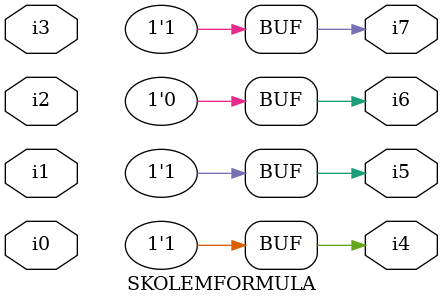
<source format=v>

module SKOLEMFORMULA ( 
    i0, i1, i2, i3,
    i4, i5, i6, i7  );
  input  i0, i1, i2, i3;
  output i4, i5, i6, i7;
  assign i4 = 1'b1;
  assign i5 = 1'b1;
  assign i6 = 1'b0;
  assign i7 = 1'b1;
endmodule



</source>
